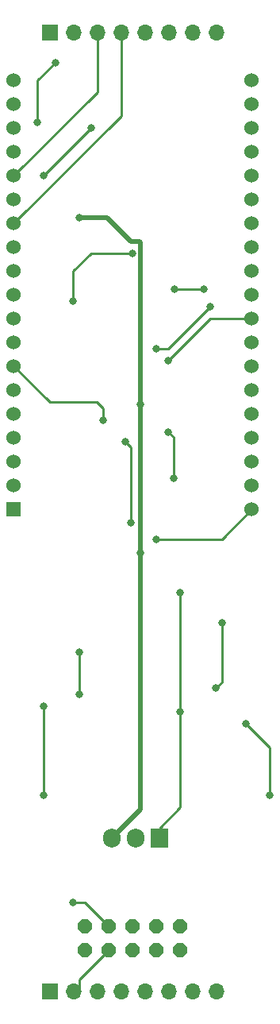
<source format=gbr>
%TF.GenerationSoftware,KiCad,Pcbnew,(6.0.10-0)*%
%TF.CreationDate,2023-01-30T15:13:09+10:30*%
%TF.ProjectId,BLE_Module,424c455f-4d6f-4647-956c-652e6b696361,rev?*%
%TF.SameCoordinates,Original*%
%TF.FileFunction,Copper,L2,Bot*%
%TF.FilePolarity,Positive*%
%FSLAX46Y46*%
G04 Gerber Fmt 4.6, Leading zero omitted, Abs format (unit mm)*
G04 Created by KiCad (PCBNEW (6.0.10-0)) date 2023-01-30 15:13:09*
%MOMM*%
%LPD*%
G01*
G04 APERTURE LIST*
G04 Aperture macros list*
%AMOutline5P*
0 Free polygon, 5 corners , with rotation*
0 The origin of the aperture is its center*
0 number of corners: always 5*
0 $1 to $10 corner X, Y*
0 $11 Rotation angle, in degrees counterclockwise*
0 create outline with 5 corners*
4,1,5,$1,$2,$3,$4,$5,$6,$7,$8,$9,$10,$1,$2,$11*%
%AMOutline6P*
0 Free polygon, 6 corners , with rotation*
0 The origin of the aperture is its center*
0 number of corners: always 6*
0 $1 to $12 corner X, Y*
0 $13 Rotation angle, in degrees counterclockwise*
0 create outline with 6 corners*
4,1,6,$1,$2,$3,$4,$5,$6,$7,$8,$9,$10,$11,$12,$1,$2,$13*%
%AMOutline7P*
0 Free polygon, 7 corners , with rotation*
0 The origin of the aperture is its center*
0 number of corners: always 7*
0 $1 to $14 corner X, Y*
0 $15 Rotation angle, in degrees counterclockwise*
0 create outline with 7 corners*
4,1,7,$1,$2,$3,$4,$5,$6,$7,$8,$9,$10,$11,$12,$13,$14,$1,$2,$15*%
%AMOutline8P*
0 Free polygon, 8 corners , with rotation*
0 The origin of the aperture is its center*
0 number of corners: always 8*
0 $1 to $16 corner X, Y*
0 $17 Rotation angle, in degrees counterclockwise*
0 create outline with 8 corners*
4,1,8,$1,$2,$3,$4,$5,$6,$7,$8,$9,$10,$11,$12,$13,$14,$15,$16,$1,$2,$17*%
G04 Aperture macros list end*
%TA.AperFunction,ComponentPad*%
%ADD10R,1.700000X1.700000*%
%TD*%
%TA.AperFunction,ComponentPad*%
%ADD11O,1.700000X1.700000*%
%TD*%
%TA.AperFunction,ComponentPad*%
%ADD12R,1.530000X1.530000*%
%TD*%
%TA.AperFunction,ComponentPad*%
%ADD13C,1.530000*%
%TD*%
%TA.AperFunction,ComponentPad*%
%ADD14Outline8P,-0.762000X0.315631X-0.315631X0.762000X0.315631X0.762000X0.762000X0.315631X0.762000X-0.315631X0.315631X-0.762000X-0.315631X-0.762000X-0.762000X-0.315631X180.000000*%
%TD*%
%TA.AperFunction,ComponentPad*%
%ADD15R,1.905000X2.000000*%
%TD*%
%TA.AperFunction,ComponentPad*%
%ADD16O,1.905000X2.000000*%
%TD*%
%TA.AperFunction,ViaPad*%
%ADD17C,0.800000*%
%TD*%
%TA.AperFunction,Conductor*%
%ADD18C,0.250000*%
%TD*%
%TA.AperFunction,Conductor*%
%ADD19C,0.500000*%
%TD*%
G04 APERTURE END LIST*
D10*
%TO.P,J1,1,Pin_1*%
%TO.N,+5V*%
X8270000Y-1880000D03*
D11*
%TO.P,J1,2,Pin_2*%
%TO.N,GND*%
X10810000Y-1880000D03*
%TO.P,J1,3,Pin_3*%
%TO.N,/LED1*%
X13350000Y-1880000D03*
%TO.P,J1,4,Pin_4*%
%TO.N,/LED2*%
X15890000Y-1880000D03*
%TO.P,J1,5,Pin_5*%
%TO.N,/GATE1*%
X18430000Y-1880000D03*
%TO.P,J1,6,Pin_6*%
%TO.N,/GATE2*%
X20970000Y-1880000D03*
%TO.P,J1,7,Pin_7*%
%TO.N,GND*%
X23510000Y-1880000D03*
%TO.P,J1,8,Pin_8*%
X26050000Y-1880000D03*
%TD*%
D10*
%TO.P,J2,1,Pin_1*%
%TO.N,GND*%
X8270000Y-104115000D03*
D11*
%TO.P,J2,2,Pin_2*%
X10810000Y-104115000D03*
%TO.P,J2,3,Pin_3*%
%TO.N,/CV1*%
X13350000Y-104115000D03*
%TO.P,J2,4,Pin_4*%
%TO.N,/CV2*%
X15890000Y-104115000D03*
%TO.P,J2,5,Pin_5*%
%TO.N,/CV3*%
X18430000Y-104115000D03*
%TO.P,J2,6,Pin_6*%
%TO.N,/CV4*%
X20970000Y-104115000D03*
%TO.P,J2,7,Pin_7*%
%TO.N,GND*%
X23510000Y-104115000D03*
%TO.P,J2,8,Pin_8*%
X26050000Y-104115000D03*
%TD*%
D12*
%TO.P,U1,1,3V3*%
%TO.N,unconnected-(U1-Pad1)*%
X4445000Y-52695000D03*
D13*
%TO.P,U1,2,EN*%
%TO.N,unconnected-(U1-Pad2)*%
X4445000Y-50155000D03*
%TO.P,U1,3,SENSOR_VP*%
%TO.N,unconnected-(U1-Pad3)*%
X4445000Y-47615000D03*
%TO.P,U1,4,SENSOR_VN*%
%TO.N,unconnected-(U1-Pad4)*%
X4445000Y-45075000D03*
%TO.P,U1,5,IO34*%
%TO.N,unconnected-(U1-Pad5)*%
X4445000Y-42535000D03*
%TO.P,U1,6,IO35*%
%TO.N,unconnected-(U1-Pad6)*%
X4445000Y-39995000D03*
%TO.P,U1,7,IO32*%
%TO.N,/CS2*%
X4445000Y-37455000D03*
%TO.P,U1,8,IO33*%
%TO.N,unconnected-(U1-Pad8)*%
X4445000Y-34915000D03*
%TO.P,U1,9,IO25*%
%TO.N,unconnected-(U1-Pad9)*%
X4445000Y-32375000D03*
%TO.P,U1,10,IO26*%
%TO.N,/CS1*%
X4445000Y-29835000D03*
%TO.P,U1,11,IO27*%
%TO.N,unconnected-(U1-Pad11)*%
X4445000Y-27295000D03*
%TO.P,U1,12,IO14*%
%TO.N,unconnected-(U1-Pad12)*%
X4445000Y-24755000D03*
%TO.P,U1,13,IO12*%
%TO.N,/LED2*%
X4445000Y-22215000D03*
%TO.P,U1,14,GND1*%
%TO.N,GND*%
X4445000Y-19675000D03*
%TO.P,U1,15,IO13*%
%TO.N,/LED1*%
X4445000Y-17135000D03*
%TO.P,U1,16,SD2*%
%TO.N,unconnected-(U1-Pad16)*%
X4445000Y-14595000D03*
%TO.P,U1,17,SD3*%
%TO.N,unconnected-(U1-Pad17)*%
X4445000Y-12055000D03*
%TO.P,U1,18,CMD*%
%TO.N,unconnected-(U1-Pad18)*%
X4445000Y-9515000D03*
%TO.P,U1,19,EXT_5V*%
%TO.N,+5V*%
X4445000Y-6975000D03*
%TO.P,U1,20,CLK*%
%TO.N,unconnected-(U1-Pad20)*%
X29845000Y-6975000D03*
%TO.P,U1,21,SD0*%
%TO.N,unconnected-(U1-Pad21)*%
X29845000Y-9515000D03*
%TO.P,U1,22,SD1*%
%TO.N,unconnected-(U1-Pad22)*%
X29845000Y-12055000D03*
%TO.P,U1,23,IO15*%
%TO.N,/GATE2*%
X29845000Y-14595000D03*
%TO.P,U1,24,IO2*%
%TO.N,/GATE1*%
X29845000Y-17135000D03*
%TO.P,U1,25,IO0*%
%TO.N,unconnected-(U1-Pad25)*%
X29845000Y-19675000D03*
%TO.P,U1,26,IO4*%
%TO.N,unconnected-(U1-Pad26)*%
X29845000Y-22215000D03*
%TO.P,U1,27,IO16*%
%TO.N,unconnected-(U1-Pad27)*%
X29845000Y-24755000D03*
%TO.P,U1,28,IO17*%
%TO.N,unconnected-(U1-Pad28)*%
X29845000Y-27295000D03*
%TO.P,U1,29,IO5*%
%TO.N,unconnected-(U1-Pad29)*%
X29845000Y-29835000D03*
%TO.P,U1,30,IO18*%
%TO.N,/SCK*%
X29845000Y-32375000D03*
%TO.P,U1,31,IO19*%
%TO.N,unconnected-(U1-Pad31)*%
X29845000Y-34915000D03*
%TO.P,U1,32,GND2*%
%TO.N,GND*%
X29845000Y-37455000D03*
%TO.P,U1,33,IO21*%
%TO.N,unconnected-(U1-Pad33)*%
X29845000Y-39995000D03*
%TO.P,U1,34,RXD0*%
%TO.N,unconnected-(U1-Pad34)*%
X29845000Y-42535000D03*
%TO.P,U1,35,TXD0*%
%TO.N,unconnected-(U1-Pad35)*%
X29845000Y-45075000D03*
%TO.P,U1,36,IO22*%
%TO.N,unconnected-(U1-Pad36)*%
X29845000Y-47615000D03*
%TO.P,U1,37,IO23*%
%TO.N,/MOSI*%
X29845000Y-50155000D03*
%TO.P,U1,38,GND3*%
%TO.N,GND*%
X29845000Y-52695000D03*
%TD*%
D14*
%TO.P,CON1,1*%
%TO.N,-12V*%
X22225000Y-99695000D03*
%TO.P,CON1,2*%
X22225000Y-97155000D03*
%TO.P,CON1,3*%
%TO.N,GND*%
X19685000Y-99695000D03*
%TO.P,CON1,4*%
X19685000Y-97155000D03*
%TO.P,CON1,5*%
X17145000Y-99695000D03*
%TO.P,CON1,6*%
X17145000Y-97155000D03*
%TO.P,CON1,7*%
X14605000Y-99695000D03*
%TO.P,CON1,8*%
X14605000Y-97155000D03*
%TO.P,CON1,9*%
%TO.N,+12V*%
X12065000Y-99695000D03*
%TO.P,CON1,10*%
X12065000Y-97155000D03*
%TD*%
D15*
%TO.P,U5,1,VI*%
%TO.N,+12V*%
X19955000Y-87760000D03*
D16*
%TO.P,U5,2,GND*%
%TO.N,GND*%
X17415000Y-87760000D03*
%TO.P,U5,3,VO*%
%TO.N,+5V*%
X14875000Y-87760000D03*
%TD*%
D17*
%TO.N,GND*%
X16923808Y-54129761D03*
X12700000Y-12065000D03*
X26035000Y-71755000D03*
X20955000Y-44450000D03*
X24765000Y-29210000D03*
X21533551Y-49374485D03*
X25400000Y-31115000D03*
X26670000Y-64770000D03*
X19685000Y-55880000D03*
X8890000Y-5080000D03*
X11430000Y-72390000D03*
X7620000Y-83185000D03*
X7620000Y-73660000D03*
X6985000Y-11430000D03*
X21590000Y-29210000D03*
X10795000Y-94615000D03*
X11430000Y-67945000D03*
X19685000Y-35560000D03*
X16342403Y-45487460D03*
X7620000Y-17145000D03*
%TO.N,+12V*%
X22225000Y-61595000D03*
X22225000Y-74295000D03*
%TO.N,+5V*%
X17995000Y-41490000D03*
X11430000Y-21590000D03*
X17995000Y-57365000D03*
%TO.N,/SCK*%
X20955000Y-36830000D03*
%TO.N,/CV4*%
X29210000Y-75565000D03*
X31750000Y-83185000D03*
%TO.N,/CS2*%
X13970000Y-43180000D03*
%TO.N,Net-(U2-Pad14)*%
X17145000Y-25400000D03*
X10795000Y-30480000D03*
%TD*%
D18*
%TO.N,/CS2*%
X13335000Y-41275000D02*
X8265000Y-41275000D01*
X8265000Y-41275000D02*
X4445000Y-37455000D01*
%TO.N,GND*%
X20955000Y-35560000D02*
X25400000Y-31115000D01*
X12065000Y-94615000D02*
X14605000Y-97155000D01*
X11430000Y-72390000D02*
X11430000Y-67945000D01*
X16923808Y-46068865D02*
X16342403Y-45487460D01*
X19685000Y-55880000D02*
X26660000Y-55880000D01*
X21590000Y-29210000D02*
X24765000Y-29210000D01*
X7620000Y-73660000D02*
X7620000Y-83185000D01*
X19685000Y-35560000D02*
X20955000Y-35560000D01*
X26670000Y-64770000D02*
X26670000Y-71120000D01*
X7620000Y-17145000D02*
X12700000Y-12065000D01*
X21533551Y-45028551D02*
X20955000Y-44450000D01*
X11445000Y-104115000D02*
X11445000Y-102855000D01*
X10795000Y-94615000D02*
X12065000Y-94615000D01*
X11445000Y-102855000D02*
X14605000Y-99695000D01*
X6985000Y-6985000D02*
X6985000Y-11430000D01*
X26670000Y-71120000D02*
X26035000Y-71755000D01*
X16923808Y-54129761D02*
X16923808Y-46068865D01*
X26660000Y-55880000D02*
X29845000Y-52695000D01*
X21533551Y-49374485D02*
X21533551Y-45028551D01*
X8890000Y-5080000D02*
X6985000Y-6985000D01*
%TO.N,+12V*%
X19955000Y-86725000D02*
X22225000Y-84455000D01*
X22225000Y-84455000D02*
X22225000Y-74295000D01*
X22225000Y-74295000D02*
X22225000Y-61595000D01*
X19955000Y-87760000D02*
X19955000Y-86725000D01*
D19*
%TO.N,+5V*%
X11430000Y-21590000D02*
X14360305Y-21590000D01*
X17870000Y-24130000D02*
X17995000Y-24255000D01*
X16900305Y-24130000D02*
X17870000Y-24130000D01*
X17995000Y-57365000D02*
X17995000Y-84640000D01*
X17995000Y-24255000D02*
X17995000Y-41490000D01*
X14360305Y-21590000D02*
X16900305Y-24130000D01*
X17995000Y-41490000D02*
X17995000Y-57365000D01*
X17870000Y-84765000D02*
X14875000Y-87760000D01*
X17995000Y-84640000D02*
X17870000Y-84765000D01*
D18*
%TO.N,/LED2*%
X15890000Y-10770000D02*
X15890000Y-1880000D01*
X4445000Y-22215000D02*
X15890000Y-10770000D01*
%TO.N,/LED1*%
X13350000Y-8230000D02*
X13350000Y-1880000D01*
X4445000Y-17135000D02*
X13350000Y-8230000D01*
%TO.N,/SCK*%
X25410000Y-32375000D02*
X29845000Y-32375000D01*
X20955000Y-36830000D02*
X25410000Y-32375000D01*
%TO.N,/CV4*%
X31750000Y-78105000D02*
X29210000Y-75565000D01*
X31750000Y-83185000D02*
X31750000Y-78105000D01*
%TO.N,/CS2*%
X13970000Y-43180000D02*
X13970000Y-41910000D01*
X13970000Y-41910000D02*
X13335000Y-41275000D01*
%TO.N,Net-(U2-Pad14)*%
X10795000Y-30480000D02*
X10795000Y-27305000D01*
X17145000Y-25400000D02*
X12700000Y-25400000D01*
X10795000Y-27305000D02*
X12700000Y-25400000D01*
%TD*%
M02*

</source>
